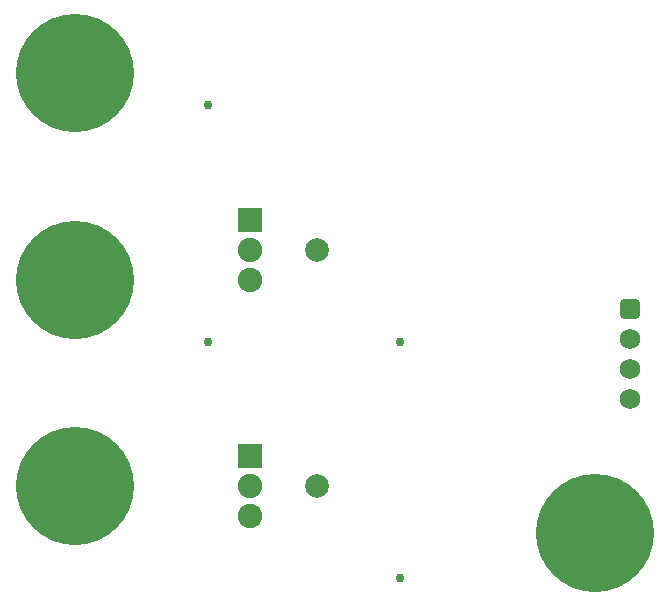
<source format=gbr>
G04*
G04 #@! TF.GenerationSoftware,Altium Limited,Altium Designer,22.4.2 (48)*
G04*
G04 Layer_Color=16711935*
%FSLAX44Y44*%
%MOMM*%
G71*
G04*
G04 #@! TF.SameCoordinates,E380B31E-87FB-4700-A3A7-B4C86E81BE80*
G04*
G04*
G04 #@! TF.FilePolarity,Negative*
G04*
G01*
G75*
%ADD18C,2.0000*%
%ADD19C,10.0000*%
%ADD20R,2.0700X2.0700*%
%ADD21C,2.0700*%
%ADD22C,1.7500*%
G04:AMPARAMS|DCode=23|XSize=1.75mm|YSize=1.75mm|CornerRadius=0.475mm|HoleSize=0mm|Usage=FLASHONLY|Rotation=270.000|XOffset=0mm|YOffset=0mm|HoleType=Round|Shape=RoundedRectangle|*
%AMROUNDEDRECTD23*
21,1,1.7500,0.8000,0,0,270.0*
21,1,0.8000,1.7500,0,0,270.0*
1,1,0.9500,-0.4000,-0.4000*
1,1,0.9500,-0.4000,0.4000*
1,1,0.9500,0.4000,0.4000*
1,1,0.9500,0.4000,-0.4000*
%
%ADD23ROUNDEDRECTD23*%
%ADD24C,0.7500*%
D18*
X305000Y100000D02*
D03*
X305000Y300000D02*
D03*
D19*
X540000Y60000D02*
D03*
X100000Y450000D02*
D03*
Y275000D02*
D03*
Y100000D02*
D03*
D20*
X247850Y325400D02*
D03*
X247850Y125400D02*
D03*
D21*
X247850Y300000D02*
D03*
Y274600D02*
D03*
X247850Y100000D02*
D03*
Y74600D02*
D03*
D22*
X570000Y174200D02*
D03*
Y199600D02*
D03*
Y225000D02*
D03*
D23*
Y250400D02*
D03*
D24*
X212450Y422450D02*
D03*
Y222450D02*
D03*
X375000Y22500D02*
D03*
Y222500D02*
D03*
M02*

</source>
